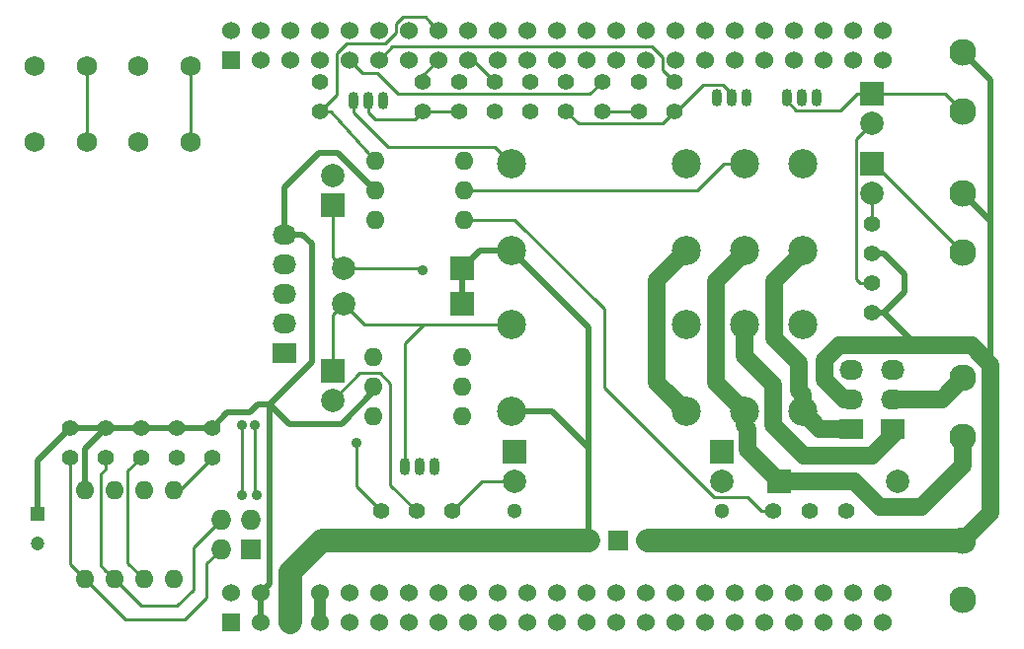
<source format=gbl>
G04 #@! TF.FileFunction,Copper,L2,Bot,Mixed*
%FSLAX46Y46*%
G04 Gerber Fmt 4.6, Leading zero omitted, Abs format (unit mm)*
G04 Created by KiCad (PCBNEW 4.0.1-3.201512221401+6198~38~ubuntu15.10.1-stable) date Mon 11 Jan 2016 07:04:30 PM EST*
%MOMM*%
G01*
G04 APERTURE LIST*
%ADD10C,0.150000*%
%ADD11R,1.300000X1.300000*%
%ADD12C,1.300000*%
%ADD13R,2.000000X2.000000*%
%ADD14C,2.000000*%
%ADD15C,1.998980*%
%ADD16R,1.998980X1.998980*%
%ADD17R,2.032000X1.727200*%
%ADD18O,2.032000X1.727200*%
%ADD19O,0.899160X1.501140*%
%ADD20O,1.600000X1.600000*%
%ADD21C,1.397000*%
%ADD22C,2.300000*%
%ADD23R,1.200000X1.200000*%
%ADD24C,1.200000*%
%ADD25R,1.524000X1.524000*%
%ADD26C,1.524000*%
%ADD27C,1.778000*%
%ADD28R,1.778000X1.778000*%
%ADD29C,1.750000*%
%ADD30C,2.500000*%
%ADD31R,1.727200X1.727200*%
%ADD32O,1.727200X1.727200*%
%ADD33C,0.889000*%
%ADD34C,0.254000*%
%ADD35C,1.000000*%
%ADD36C,0.500000*%
%ADD37C,1.500000*%
%ADD38C,2.000000*%
G04 APERTURE END LIST*
D10*
D11*
X156210000Y-130770000D03*
D12*
X156210000Y-128270000D03*
D11*
X138430000Y-130770000D03*
D12*
X138430000Y-128270000D03*
D13*
X156210000Y-123190000D03*
D14*
X156210000Y-125730000D03*
D13*
X138430000Y-123190000D03*
D14*
X138430000Y-125730000D03*
D13*
X169100500Y-92456000D03*
D14*
X169100500Y-94996000D03*
D13*
X169100500Y-98425000D03*
D14*
X169100500Y-100965000D03*
D15*
X123825000Y-107447080D03*
D16*
X133985000Y-107447080D03*
D15*
X123825000Y-110492540D03*
D16*
X133985000Y-110492540D03*
D15*
X171323000Y-125730000D03*
D16*
X161163000Y-125730000D03*
D17*
X118745000Y-114681000D03*
D18*
X118745000Y-112141000D03*
X118745000Y-109601000D03*
X118745000Y-107061000D03*
X118745000Y-104521000D03*
D17*
X170878500Y-121221500D03*
D18*
X170878500Y-118681500D03*
X170878500Y-116141500D03*
D17*
X167322500Y-121221500D03*
D18*
X167322500Y-118681500D03*
X167322500Y-116141500D03*
D19*
X163068000Y-92773500D03*
X161798000Y-92773500D03*
X164338000Y-92773500D03*
X157099000Y-92773500D03*
X155829000Y-92773500D03*
X158369000Y-92773500D03*
X125920500Y-93027500D03*
X124650500Y-93027500D03*
X127190500Y-93027500D03*
X130302000Y-124460000D03*
X129032000Y-124460000D03*
X131572000Y-124460000D03*
D20*
X134112000Y-103251000D03*
X134112000Y-100711000D03*
X134112000Y-98171000D03*
X126492000Y-98171000D03*
X126492000Y-100711000D03*
X126492000Y-103251000D03*
X133985000Y-120142000D03*
X133985000Y-117602000D03*
X133985000Y-115062000D03*
X126365000Y-115062000D03*
X126365000Y-117602000D03*
X126365000Y-120142000D03*
X101600000Y-134112000D03*
X104140000Y-134112000D03*
X106680000Y-134112000D03*
X109220000Y-134112000D03*
X109220000Y-126492000D03*
X106680000Y-126492000D03*
X104140000Y-126492000D03*
X101600000Y-126492000D03*
D21*
X106426000Y-121158000D03*
X106426000Y-123698000D03*
X103378000Y-121158000D03*
X103378000Y-123698000D03*
X100330000Y-121158000D03*
X100330000Y-123698000D03*
X109474000Y-121158000D03*
X109474000Y-123698000D03*
X112522000Y-121158000D03*
X112522000Y-123698000D03*
X166878000Y-130810000D03*
X166878000Y-128270000D03*
X133096000Y-130810000D03*
X133096000Y-128270000D03*
X145986500Y-93980000D03*
X145986500Y-91440000D03*
X149098000Y-93980000D03*
X149098000Y-91440000D03*
X169100500Y-111252000D03*
X169100500Y-108712000D03*
X152209500Y-93980000D03*
X152209500Y-91440000D03*
X142875000Y-93980000D03*
X142875000Y-91440000D03*
X169100500Y-106172000D03*
X169100500Y-103632000D03*
X127000000Y-130810000D03*
X127000000Y-128270000D03*
X130048000Y-130810000D03*
X130048000Y-128270000D03*
X130619500Y-93980000D03*
X130619500Y-91440000D03*
X136779000Y-93980000D03*
X136779000Y-91440000D03*
X133731000Y-93980000D03*
X133731000Y-91440000D03*
X139827000Y-93980000D03*
X139827000Y-91440000D03*
X160655000Y-130810000D03*
X160655000Y-128270000D03*
X163766500Y-130810000D03*
X163766500Y-128270000D03*
X121793000Y-93980000D03*
X121793000Y-91440000D03*
D22*
X176930000Y-130810000D03*
X176930000Y-135890000D03*
X176930000Y-116840000D03*
X176930000Y-121920000D03*
X176930000Y-88900000D03*
X176930000Y-93980000D03*
X176930000Y-100965000D03*
X176930000Y-106045000D03*
D23*
X97536000Y-128524000D03*
D24*
X97536000Y-131024000D03*
D25*
X114173000Y-89535000D03*
D26*
X114173000Y-86995000D03*
X116713000Y-89535000D03*
X116713000Y-86995000D03*
X119253000Y-89535000D03*
X119253000Y-86995000D03*
X121793000Y-89535000D03*
X121793000Y-86995000D03*
X124333000Y-89535000D03*
X124333000Y-86995000D03*
X126873000Y-89535000D03*
X126873000Y-86995000D03*
X129413000Y-89535000D03*
X129413000Y-86995000D03*
X131953000Y-89535000D03*
X131953000Y-86995000D03*
X134493000Y-89535000D03*
X134493000Y-86995000D03*
X137033000Y-89535000D03*
X137033000Y-86995000D03*
X139573000Y-89535000D03*
X139573000Y-86995000D03*
X142113000Y-89535000D03*
X142113000Y-86995000D03*
X144653000Y-89535000D03*
X144653000Y-86995000D03*
X147193000Y-89535000D03*
X147193000Y-86995000D03*
X149733000Y-89535000D03*
X149733000Y-86995000D03*
X152273000Y-89535000D03*
X152273000Y-86995000D03*
X154813000Y-89535000D03*
X154813000Y-86995000D03*
X157353000Y-89535000D03*
X157353000Y-86995000D03*
X159893000Y-89535000D03*
X159893000Y-86995000D03*
X162433000Y-89535000D03*
X162433000Y-86995000D03*
X164973000Y-89535000D03*
X164973000Y-86995000D03*
X167513000Y-89535000D03*
X167513000Y-86995000D03*
X170053000Y-89535000D03*
X170053000Y-86995000D03*
X114173000Y-135255000D03*
X116713000Y-137795000D03*
X116713000Y-135255000D03*
X119253000Y-137795000D03*
X119253000Y-135255000D03*
X121793000Y-137795000D03*
X121793000Y-135255000D03*
X124333000Y-137795000D03*
X124333000Y-135255000D03*
X126873000Y-137795000D03*
X126873000Y-135255000D03*
X129413000Y-137795000D03*
X129413000Y-135255000D03*
X131953000Y-137795000D03*
X131953000Y-135255000D03*
X134493000Y-137795000D03*
X134493000Y-135255000D03*
X137033000Y-137795000D03*
X137033000Y-135255000D03*
X139573000Y-137795000D03*
X139573000Y-135255000D03*
X142113000Y-137795000D03*
X142113000Y-135255000D03*
X144653000Y-137795000D03*
X144653000Y-135255000D03*
X147193000Y-137795000D03*
X147193000Y-135255000D03*
X149733000Y-137795000D03*
X149733000Y-135255000D03*
X152273000Y-137795000D03*
X152273000Y-135255000D03*
X154813000Y-137795000D03*
X154813000Y-135255000D03*
X157353000Y-137795000D03*
X157353000Y-135255000D03*
X159893000Y-137795000D03*
X159893000Y-135255000D03*
X162433000Y-137795000D03*
X162433000Y-135255000D03*
X164973000Y-137795000D03*
X164973000Y-135255000D03*
X167513000Y-137795000D03*
X167513000Y-135255000D03*
X170053000Y-137795000D03*
X170053000Y-135255000D03*
D25*
X114173000Y-137795000D03*
D27*
X149860000Y-130810000D03*
D28*
X147320000Y-130810000D03*
D27*
X144780000Y-130810000D03*
D29*
X101818000Y-96595000D03*
X97318000Y-96595000D03*
X101818000Y-90095000D03*
X97318000Y-90095000D03*
X110708000Y-96595000D03*
X106208000Y-96595000D03*
X110708000Y-90095000D03*
X106208000Y-90095000D03*
D30*
X138195000Y-105925000D03*
X153195000Y-105925000D03*
X158195000Y-105925000D03*
X163195000Y-105925000D03*
X163195000Y-98425000D03*
X158195000Y-98425000D03*
X153195000Y-98425000D03*
X138195000Y-98425000D03*
X138176000Y-119750000D03*
X153176000Y-119750000D03*
X158176000Y-119750000D03*
X163176000Y-119750000D03*
X163176000Y-112250000D03*
X158176000Y-112250000D03*
X153176000Y-112250000D03*
X138176000Y-112250000D03*
D13*
X122872500Y-102044500D03*
D14*
X122872500Y-99504500D03*
D13*
X122872500Y-116205000D03*
D14*
X122872500Y-118745000D03*
D31*
X115824000Y-131572000D03*
D32*
X113284000Y-131572000D03*
X115824000Y-129032000D03*
X113284000Y-129032000D03*
D33*
X130556000Y-107569000D03*
X124904500Y-122428000D03*
X116332000Y-126936498D03*
X116218028Y-120918418D03*
X115125504Y-126936500D03*
X115100550Y-120901066D03*
D34*
X101600000Y-134112000D02*
X105092500Y-137604500D01*
X105092500Y-137604500D02*
X110172500Y-137604500D01*
X110172500Y-137604500D02*
X112077500Y-135699500D01*
X112077500Y-135699500D02*
X112077500Y-132778500D01*
X112077500Y-132778500D02*
X112801390Y-132054610D01*
X112801390Y-132054610D02*
X112801390Y-131572000D01*
X100330000Y-123698000D02*
X100330000Y-132842000D01*
X100330000Y-132842000D02*
X101600000Y-134112000D01*
X113284000Y-131572000D02*
X113284000Y-132080000D01*
X109537500Y-136398000D02*
X106426000Y-136398000D01*
X106426000Y-136398000D02*
X104140000Y-134112000D01*
X110934500Y-135001000D02*
X109537500Y-136398000D01*
X110934500Y-131381500D02*
X110934500Y-135001000D01*
X113284000Y-129032000D02*
X110934500Y-131381500D01*
X103378000Y-123698000D02*
X103378000Y-124685828D01*
X103378000Y-124685828D02*
X102984399Y-125079429D01*
X103340001Y-133312001D02*
X104140000Y-134112000D01*
X102984399Y-125079429D02*
X102984399Y-132956399D01*
X102984399Y-132956399D02*
X103340001Y-133312001D01*
X106680000Y-134112000D02*
X105295601Y-132727601D01*
X105295601Y-132727601D02*
X105295601Y-124828399D01*
X105295601Y-124828399D02*
X106426000Y-123698000D01*
X112522000Y-123698000D02*
X109728000Y-126492000D01*
X109728000Y-126492000D02*
X109220000Y-126492000D01*
X109474000Y-126238000D02*
X109220000Y-126492000D01*
D35*
X121793000Y-135255000D02*
X121793000Y-137795000D01*
D36*
X118719600Y-115062000D02*
X118872000Y-115062000D01*
X121729500Y-97536000D02*
X118745000Y-100520500D01*
X118745000Y-100520500D02*
X118745000Y-104521000D01*
X123317000Y-97536000D02*
X121729500Y-97536000D01*
X126492000Y-100711000D02*
X123317000Y-97536000D01*
X112522000Y-121158000D02*
X113855500Y-119824500D01*
X113855500Y-119824500D02*
X115760500Y-119824500D01*
X115760500Y-119824500D02*
X116459000Y-119126000D01*
X116459000Y-119126000D02*
X117474999Y-119126000D01*
X121094500Y-105354500D02*
X121094500Y-115506499D01*
X121094500Y-115506499D02*
X117474999Y-119126000D01*
X118745000Y-104521000D02*
X120261000Y-104521000D01*
X120261000Y-104521000D02*
X121094500Y-105354500D01*
X126365000Y-117602000D02*
X126365000Y-118046500D01*
X126365000Y-118046500D02*
X123634500Y-120777000D01*
X117474999Y-123316999D02*
X117474999Y-119126000D01*
X101600000Y-126492000D02*
X101600000Y-122936000D01*
X101600000Y-122936000D02*
X103378000Y-121158000D01*
X117474999Y-123316999D02*
X117475000Y-123316998D01*
X117474999Y-134493001D02*
X117474999Y-126492000D01*
X117474999Y-126492000D02*
X117474999Y-123316999D01*
X116713000Y-135255000D02*
X117474999Y-134493001D01*
X116713000Y-137795000D02*
X116713000Y-136717370D01*
X116713000Y-136717370D02*
X116713000Y-135255000D01*
X109474000Y-121158000D02*
X110461828Y-121158000D01*
X110461828Y-121158000D02*
X112522000Y-121158000D01*
X106426000Y-121158000D02*
X109474000Y-121158000D01*
X103378000Y-121158000D02*
X104365828Y-121158000D01*
X104365828Y-121158000D02*
X106426000Y-121158000D01*
X100330000Y-121158000D02*
X103378000Y-121158000D01*
X97536000Y-128524000D02*
X97536000Y-123952000D01*
X97536000Y-123952000D02*
X100330000Y-121158000D01*
X123634500Y-120777000D02*
X119125999Y-120777000D01*
X119125999Y-120777000D02*
X117474999Y-119126000D01*
X171894500Y-107978172D02*
X171894500Y-109445828D01*
X171894500Y-109445828D02*
X170088328Y-111252000D01*
X170088328Y-111252000D02*
X169100500Y-111252000D01*
X169100500Y-106172000D02*
X170088328Y-106172000D01*
X170088328Y-106172000D02*
X171894500Y-107978172D01*
D37*
X166303479Y-114049290D02*
X173037500Y-114049290D01*
X173037500Y-114049290D02*
X174371000Y-114049290D01*
D36*
X170088328Y-111252000D02*
X172885618Y-114049290D01*
D37*
X172885618Y-114049290D02*
X173037500Y-114049290D01*
X173802790Y-114049290D02*
X174371000Y-114049290D01*
X174371000Y-114049290D02*
X177659620Y-114049290D01*
X179308601Y-128431399D02*
X179308601Y-116713000D01*
X167322500Y-118681500D02*
X166751269Y-118681500D01*
X179308601Y-115698271D02*
X179308601Y-116713000D01*
X165077890Y-115274879D02*
X166303479Y-114049290D01*
X165077890Y-117008121D02*
X165077890Y-115274879D01*
X166751269Y-118681500D02*
X165077890Y-117008121D01*
D36*
X179308601Y-116713000D02*
X179308601Y-113030000D01*
D37*
X177659620Y-114049290D02*
X179308601Y-115698271D01*
D38*
X149860000Y-130810000D02*
X156170000Y-130810000D01*
X156170000Y-130810000D02*
X156210000Y-130770000D01*
X156210000Y-130770000D02*
X160615000Y-130770000D01*
X160615000Y-130770000D02*
X160655000Y-130810000D01*
X163766500Y-130810000D02*
X160655000Y-130810000D01*
X163766500Y-130810000D02*
X166878000Y-130810000D01*
X166878000Y-130810000D02*
X168275000Y-130810000D01*
X168275000Y-130810000D02*
X170815000Y-130810000D01*
X176930000Y-130810000D02*
X170815000Y-130810000D01*
D36*
X179308601Y-113030000D02*
X179308601Y-103505000D01*
X179308601Y-103505000D02*
X179308601Y-91278601D01*
X176930000Y-100965000D02*
X179308601Y-103343601D01*
D37*
X176930000Y-130810000D02*
X179308601Y-128431399D01*
D36*
X179308601Y-91278601D02*
X178079999Y-90049999D01*
X178079999Y-90049999D02*
X176930000Y-88900000D01*
X133985000Y-110492540D02*
X133985000Y-107447080D01*
X138195000Y-105925000D02*
X135507080Y-105925000D01*
X135507080Y-105925000D02*
X133985000Y-107447080D01*
D38*
X138430000Y-130770000D02*
X144740000Y-130770000D01*
X144740000Y-130770000D02*
X144780000Y-130810000D01*
D36*
X138195000Y-105925000D02*
X144780000Y-112510000D01*
X144780000Y-112510000D02*
X144780000Y-122809000D01*
X144780000Y-130810000D02*
X144780000Y-122809000D01*
X144780000Y-122809000D02*
X141721000Y-119750000D01*
X141721000Y-119750000D02*
X138176000Y-119750000D01*
D38*
X138430000Y-130770000D02*
X133136000Y-130770000D01*
X133136000Y-130770000D02*
X133096000Y-130810000D01*
X130048000Y-130810000D02*
X133096000Y-130810000D01*
X119253000Y-137795000D02*
X119253000Y-135255000D01*
X121920000Y-130810000D02*
X119253000Y-133477000D01*
X119253000Y-133477000D02*
X119253000Y-135255000D01*
X127000000Y-130810000D02*
X121920000Y-130810000D01*
X130048000Y-130810000D02*
X127000000Y-130810000D01*
D34*
X138430000Y-125730000D02*
X135636000Y-125730000D01*
X135636000Y-125730000D02*
X133096000Y-128270000D01*
X161798000Y-92773500D02*
X161798000Y-93074490D01*
X161798000Y-93074490D02*
X162603190Y-93879680D01*
X162603190Y-93879680D02*
X166422820Y-93879680D01*
X167846500Y-92456000D02*
X169100500Y-92456000D01*
X166422820Y-93879680D02*
X167846500Y-92456000D01*
X169100500Y-92456000D02*
X175406000Y-92456000D01*
X175406000Y-92456000D02*
X176930000Y-93980000D01*
X169100500Y-108712000D02*
X168112672Y-108712000D01*
X168112672Y-108712000D02*
X167744899Y-108344227D01*
X167744899Y-108344227D02*
X167744899Y-96351601D01*
X167744899Y-96351601D02*
X168100501Y-95995999D01*
X168100501Y-95995999D02*
X169100500Y-94996000D01*
X176930000Y-106045000D02*
X169310000Y-98425000D01*
X169310000Y-98425000D02*
X169100500Y-98425000D01*
X169100500Y-100965000D02*
X169100500Y-102379213D01*
X169100500Y-102379213D02*
X169100500Y-103632000D01*
X130434080Y-107447080D02*
X130556000Y-107569000D01*
X123825000Y-107447080D02*
X130434080Y-107447080D01*
X122872500Y-102044500D02*
X122872500Y-106494580D01*
X122872500Y-106494580D02*
X123825000Y-107447080D01*
X124650500Y-93027500D02*
X124650500Y-94032070D01*
X136945001Y-97175001D02*
X138195000Y-98425000D01*
X124650500Y-94032070D02*
X127633829Y-97015399D01*
X127633829Y-97015399D02*
X136785399Y-97015399D01*
X136785399Y-97015399D02*
X136945001Y-97175001D01*
X127000000Y-128270000D02*
X124904500Y-126174500D01*
X124904500Y-126174500D02*
X124904500Y-122428000D01*
X122872500Y-116205000D02*
X122872500Y-111445040D01*
X122872500Y-111445040D02*
X123825000Y-110492540D01*
X138176000Y-112250000D02*
X130683000Y-112250000D01*
X130683000Y-112250000D02*
X129685000Y-112250000D01*
X129032000Y-124460000D02*
X129032000Y-113901000D01*
X129032000Y-113901000D02*
X130683000Y-112250000D01*
X129685000Y-112250000D02*
X125582460Y-112250000D01*
X125582460Y-112250000D02*
X123825000Y-110492540D01*
X127825500Y-117352210D02*
X127825500Y-126047500D01*
X127825500Y-126047500D02*
X130048000Y-128270000D01*
X122872500Y-118745000D02*
X125171101Y-116446399D01*
X125171101Y-116446399D02*
X126919689Y-116446399D01*
X126919689Y-116446399D02*
X127825500Y-117352210D01*
D37*
X161163000Y-125730000D02*
X167576500Y-125730000D01*
X167576500Y-125730000D02*
X169804591Y-127958091D01*
X169804591Y-127958091D02*
X173349409Y-127958091D01*
X176930000Y-124377500D02*
X176930000Y-121920000D01*
X173349409Y-127958091D02*
X176930000Y-124377500D01*
X158176000Y-119750000D02*
X158176000Y-120944518D01*
X158176000Y-120944518D02*
X158438601Y-121207119D01*
X158438601Y-121207119D02*
X158438601Y-123005601D01*
X158438601Y-123005601D02*
X161163000Y-125730000D01*
X158027000Y-106239000D02*
X155697399Y-108568601D01*
X155697399Y-117271399D02*
X158176000Y-119750000D01*
X155697399Y-108568601D02*
X155697399Y-117271399D01*
D34*
X145986500Y-91440000D02*
X144932399Y-92494101D01*
X144932399Y-92494101D02*
X128498601Y-92494101D01*
X125450601Y-90652601D02*
X124333000Y-89535000D01*
X126657101Y-90652601D02*
X125450601Y-90652601D01*
X128498601Y-92494101D02*
X126657101Y-90652601D01*
X127127000Y-89281000D02*
X126873000Y-89535000D01*
X152209500Y-91440000D02*
X151155399Y-90385899D01*
X151155399Y-90385899D02*
X151155399Y-89303349D01*
X151155399Y-89303349D02*
X150269449Y-88417399D01*
X150269449Y-88417399D02*
X127990601Y-88417399D01*
X127990601Y-88417399D02*
X127127000Y-89281000D01*
X130619500Y-91440000D02*
X130619500Y-90868500D01*
X130619500Y-90868500D02*
X131953000Y-89535000D01*
X126492000Y-98171000D02*
X122682000Y-93980000D01*
X122682000Y-93980000D02*
X121793000Y-93980000D01*
X121793000Y-93980000D02*
X123215399Y-92557601D01*
X128876551Y-85877399D02*
X130835399Y-85877399D01*
X123215399Y-92557601D02*
X123215399Y-88998551D01*
X123215399Y-88998551D02*
X124101349Y-88112601D01*
X130835399Y-85877399D02*
X131191001Y-86233001D01*
X124101349Y-88112601D02*
X127409449Y-88112601D01*
X127409449Y-88112601D02*
X128295399Y-87226651D01*
X128295399Y-87226651D02*
X128295399Y-86458551D01*
X128295399Y-86458551D02*
X128876551Y-85877399D01*
X131191001Y-86233001D02*
X131953000Y-86995000D01*
X136779000Y-91440000D02*
X134874000Y-89535000D01*
X134874000Y-89535000D02*
X134493000Y-89535000D01*
X116218028Y-126822526D02*
X116332000Y-126936498D01*
X116218028Y-120918418D02*
X116218028Y-126822526D01*
X110708000Y-90095000D02*
X110708000Y-96595000D01*
X115100550Y-120901066D02*
X115100550Y-126911546D01*
X115100550Y-126911546D02*
X115125504Y-126936500D01*
X101818000Y-90095000D02*
X101818000Y-91332436D01*
X101818000Y-91332436D02*
X101818000Y-96595000D01*
D37*
X158176000Y-114017766D02*
X158176000Y-112250000D01*
X160620668Y-117440668D02*
X158176000Y-114996000D01*
X160654601Y-120896931D02*
X160654601Y-118888294D01*
X170878500Y-121756582D02*
X169133693Y-123501389D01*
X160620668Y-118854361D02*
X160620668Y-117440668D01*
X169133693Y-123501389D02*
X163259059Y-123501389D01*
X163259059Y-123501389D02*
X160654601Y-120896931D01*
X160654601Y-118888294D02*
X160620668Y-118854361D01*
X158176000Y-114996000D02*
X158176000Y-114017766D01*
X170878500Y-118681500D02*
X175088500Y-118681500D01*
X175088500Y-118681500D02*
X176930000Y-116840000D01*
X161777001Y-107488999D02*
X163027000Y-106239000D01*
X163176000Y-119750000D02*
X163176000Y-118257962D01*
X163176000Y-118257962D02*
X162849279Y-117931241D01*
X162849279Y-117931241D02*
X162849279Y-115591608D01*
X162849279Y-115591608D02*
X160697399Y-113439729D01*
X160697399Y-113439729D02*
X160697399Y-108568601D01*
X160697399Y-108568601D02*
X161777001Y-107488999D01*
X167322500Y-121221500D02*
X164647500Y-121221500D01*
X164647500Y-121221500D02*
X163176000Y-119750000D01*
X153176000Y-119750000D02*
X150697399Y-117271399D01*
X151945001Y-107174999D02*
X153195000Y-105925000D01*
X150697399Y-108422601D02*
X151945001Y-107174999D01*
X150697399Y-117271399D02*
X150697399Y-108422601D01*
D34*
X145986500Y-93980000D02*
X146974328Y-93980000D01*
X146974328Y-93980000D02*
X149098000Y-93980000D01*
X157099000Y-92773500D02*
X157099000Y-92472510D01*
X152336500Y-93980000D02*
X152209500Y-93980000D01*
X157099000Y-92472510D02*
X156293810Y-91667320D01*
X156293810Y-91667320D02*
X154649180Y-91667320D01*
X154649180Y-91667320D02*
X152336500Y-93980000D01*
X142875000Y-93980000D02*
X143929101Y-95034101D01*
X143929101Y-95034101D02*
X151155399Y-95034101D01*
X151155399Y-95034101D02*
X151511001Y-94678499D01*
X151511001Y-94678499D02*
X152209500Y-93980000D01*
X125920500Y-93027500D02*
X125920500Y-94032070D01*
X125920500Y-94032070D02*
X126566929Y-94678499D01*
X126566929Y-94678499D02*
X129921001Y-94678499D01*
X129921001Y-94678499D02*
X130619500Y-93980000D01*
X130619500Y-93980000D02*
X133731000Y-93980000D01*
X160655000Y-128270000D02*
X159667172Y-128270000D01*
X159667172Y-128270000D02*
X158482773Y-127085601D01*
X158482773Y-127085601D02*
X155559311Y-127085601D01*
X135624370Y-103251000D02*
X134112000Y-103251000D01*
X146135611Y-110944489D02*
X138442122Y-103251000D01*
X146135611Y-117661901D02*
X146135611Y-110944489D01*
X155559311Y-127085601D02*
X146135611Y-117661901D01*
X138442122Y-103251000D02*
X135624370Y-103251000D01*
X158195000Y-98425000D02*
X156427234Y-98425000D01*
X156427234Y-98425000D02*
X154141234Y-100711000D01*
X154141234Y-100711000D02*
X135624370Y-100711000D01*
X135624370Y-100711000D02*
X134112000Y-100711000D01*
M02*

</source>
